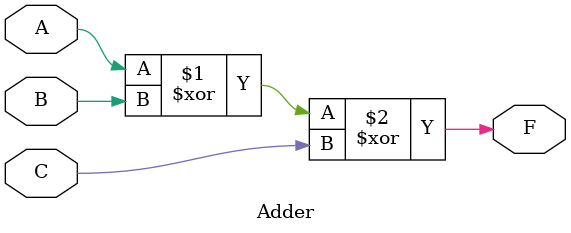
<source format=v>
module EXP2(input[3:0] A, input[3:0] B, input C0, output[3:0] F, output C4);
    wire C1, C2, C3;
    wire[3:0] G, P;

    assign G[0] = A[0]&B[0];
    assign G[1] = A[1]&B[1];
    assign G[2] = A[2]&B[2];
    assign G[3] = A[3]&B[3];
    assign P[0] = A[0]|B[0];
    assign P[1] = A[1]|B[1];
    assign P[2] = A[2]|B[2];
    assign P[3] = A[3]|B[3];

    assign C1 = G[0]|(P[0]&C0);
    assign C2 = G[1]|(P[1]&C1);
    assign C3 = G[2]|(P[2]&C2);
    assign C4 = G[3]|(P[3]&C3);

    Adder A0(A[0],B[0],C0,F[0]),
        A1(A[1],B[1],C1,F[1]),
        A2(A[2],B[2],C2,F[2]),
        A3(A[3],B[3],C3,F[3]);
endmodule

module Adder(A,B,C,F);
	input A,B,C;
	output F;

	assign F=A^B^C;
endmodule

</source>
